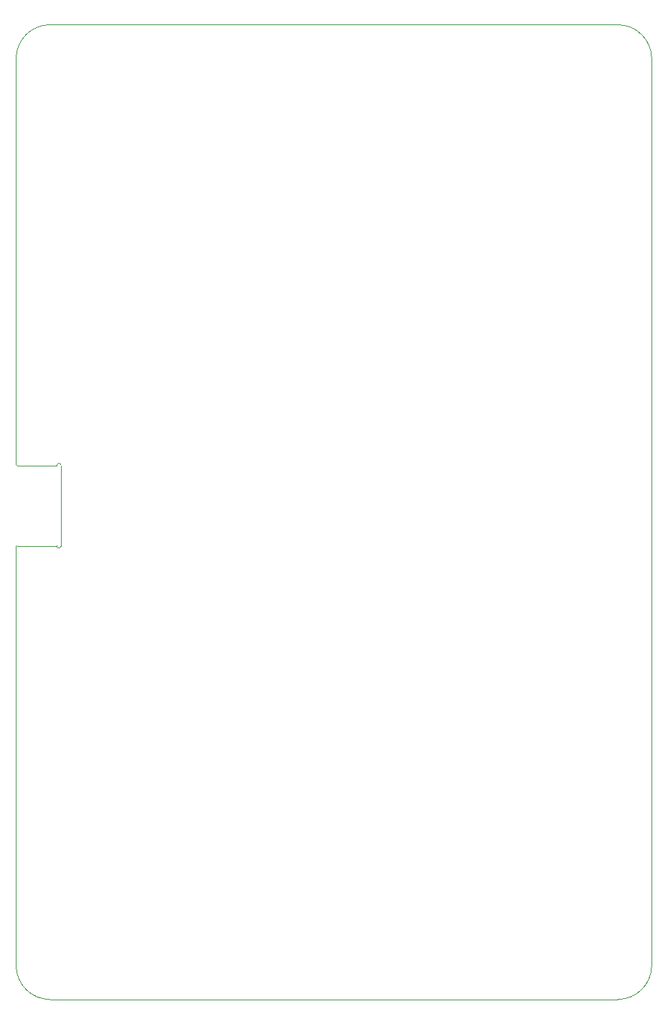
<source format=gm1>
%TF.GenerationSoftware,KiCad,Pcbnew,8.0.3*%
%TF.CreationDate,2024-06-13T08:31:57-07:00*%
%TF.ProjectId,squishy-main,73717569-7368-4792-9d6d-61696e2e6b69,2*%
%TF.SameCoordinates,PXb3c4820PY930e7c0*%
%TF.FileFunction,Profile,NP*%
%FSLAX46Y46*%
G04 Gerber Fmt 4.6, Leading zero omitted, Abs format (unit mm)*
G04 Created by KiCad (PCBNEW 8.0.3) date 2024-06-13 08:31:57*
%MOMM*%
%LPD*%
G01*
G04 APERTURE LIST*
%TA.AperFunction,Profile*%
%ADD10C,0.050000*%
%TD*%
G04 APERTURE END LIST*
D10*
X-75000000Y111000000D02*
X-75000000Y65500000D01*
X-75000000Y49750000D02*
X-75000000Y4000000D01*
X-75000000Y53400000D02*
G75*
G02*
X-74900001Y53500000I100000J0D01*
G01*
X0Y4000000D02*
X0Y111000000D01*
X-71000000Y0D02*
G75*
G02*
X-75000000Y4000000I0J4000000D01*
G01*
X-75000000Y111000000D02*
G75*
G02*
X-71000000Y115000000I4000000J0D01*
G01*
X-4000000Y115000000D02*
G75*
G02*
X0Y111000000I0J-4000000D01*
G01*
X-74999999Y63100000D02*
X-75000000Y65500000D01*
X-71000000Y0D02*
X-4000000Y0D01*
X-4000000Y115000000D02*
X-71000000Y115000000D01*
X-74900000Y63000001D02*
G75*
G02*
X-74999999Y63100000I0J99999D01*
G01*
X-75000000Y53400000D02*
X-75000000Y49750000D01*
X0Y4000000D02*
G75*
G02*
X-4000000Y0I-4000000J0D01*
G01*
%TO.C,J3*%
X-70200000Y63000001D02*
X-74900000Y63000001D01*
X-70200000Y53500001D02*
X-74900000Y53500001D01*
X-69700000Y63000001D02*
X-69700000Y53500001D01*
X-70200000Y63000001D02*
G75*
G02*
X-69700000Y63000001I250000J0D01*
G01*
X-69700000Y53500001D02*
G75*
G02*
X-70200000Y53500001I-250000J0D01*
G01*
%TD*%
M02*

</source>
